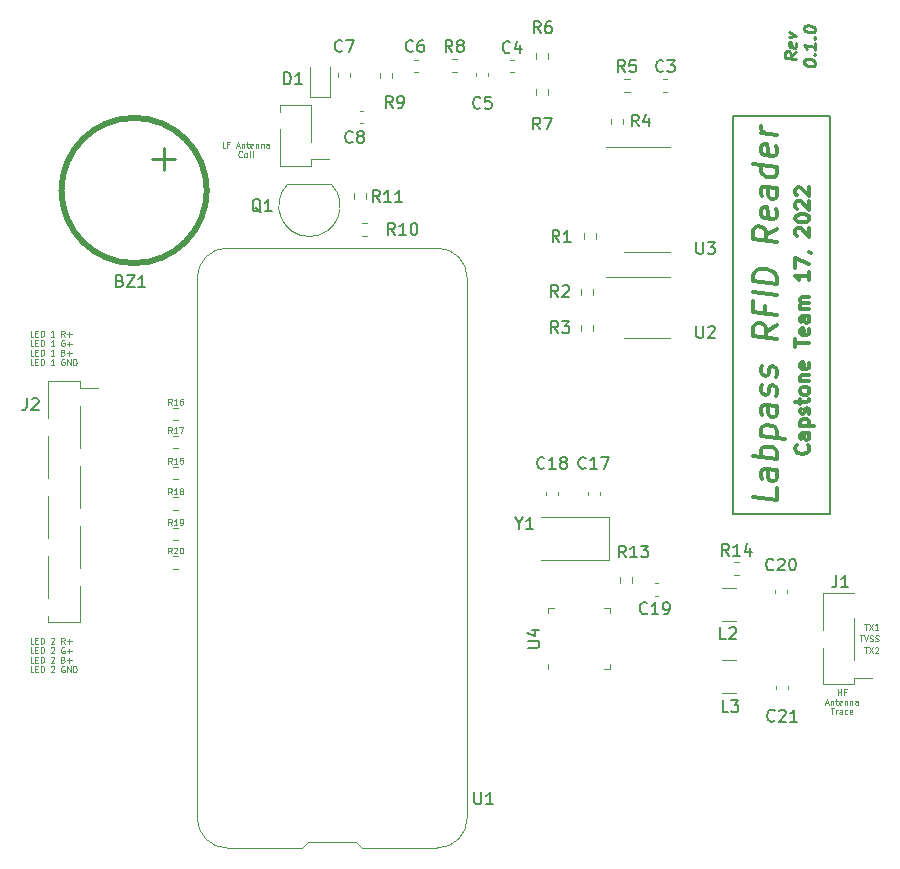
<source format=gto>
%TF.GenerationSoftware,KiCad,Pcbnew,(6.0.4-0)*%
%TF.CreationDate,2022-04-21T22:45:57-07:00*%
%TF.ProjectId,Labpass RFID Reader,4c616270-6173-4732-9052-464944205265,0.1.0*%
%TF.SameCoordinates,Original*%
%TF.FileFunction,Legend,Top*%
%TF.FilePolarity,Positive*%
%FSLAX46Y46*%
G04 Gerber Fmt 4.6, Leading zero omitted, Abs format (unit mm)*
G04 Created by KiCad (PCBNEW (6.0.4-0)) date 2022-04-21 22:45:57*
%MOMM*%
%LPD*%
G01*
G04 APERTURE LIST*
%ADD10C,0.150000*%
%ADD11C,0.100000*%
%ADD12C,0.300000*%
%ADD13C,0.250000*%
%ADD14C,0.120000*%
%ADD15C,0.500000*%
%ADD16C,0.050000*%
G04 APERTURE END LIST*
D10*
X167476169Y-103872169D02*
X175676169Y-103872169D01*
X175676169Y-103872169D02*
X175676169Y-70172169D01*
X175676169Y-70172169D02*
X167476169Y-70172169D01*
X167476169Y-70172169D02*
X167476169Y-103872169D01*
D11*
X108222142Y-88818690D02*
X107984047Y-88818690D01*
X107984047Y-88318690D01*
X108388809Y-88556785D02*
X108555476Y-88556785D01*
X108626904Y-88818690D02*
X108388809Y-88818690D01*
X108388809Y-88318690D01*
X108626904Y-88318690D01*
X108841190Y-88818690D02*
X108841190Y-88318690D01*
X108960238Y-88318690D01*
X109031666Y-88342500D01*
X109079285Y-88390119D01*
X109103095Y-88437738D01*
X109126904Y-88532976D01*
X109126904Y-88604404D01*
X109103095Y-88699642D01*
X109079285Y-88747261D01*
X109031666Y-88794880D01*
X108960238Y-88818690D01*
X108841190Y-88818690D01*
X109984047Y-88818690D02*
X109698333Y-88818690D01*
X109841190Y-88818690D02*
X109841190Y-88318690D01*
X109793571Y-88390119D01*
X109745952Y-88437738D01*
X109698333Y-88461547D01*
X110865000Y-88818690D02*
X110698333Y-88580595D01*
X110579285Y-88818690D02*
X110579285Y-88318690D01*
X110769761Y-88318690D01*
X110817380Y-88342500D01*
X110841190Y-88366309D01*
X110865000Y-88413928D01*
X110865000Y-88485357D01*
X110841190Y-88532976D01*
X110817380Y-88556785D01*
X110769761Y-88580595D01*
X110579285Y-88580595D01*
X111079285Y-88628214D02*
X111460238Y-88628214D01*
X111269761Y-88818690D02*
X111269761Y-88437738D01*
X108222142Y-89623690D02*
X107984047Y-89623690D01*
X107984047Y-89123690D01*
X108388809Y-89361785D02*
X108555476Y-89361785D01*
X108626904Y-89623690D02*
X108388809Y-89623690D01*
X108388809Y-89123690D01*
X108626904Y-89123690D01*
X108841190Y-89623690D02*
X108841190Y-89123690D01*
X108960238Y-89123690D01*
X109031666Y-89147500D01*
X109079285Y-89195119D01*
X109103095Y-89242738D01*
X109126904Y-89337976D01*
X109126904Y-89409404D01*
X109103095Y-89504642D01*
X109079285Y-89552261D01*
X109031666Y-89599880D01*
X108960238Y-89623690D01*
X108841190Y-89623690D01*
X109984047Y-89623690D02*
X109698333Y-89623690D01*
X109841190Y-89623690D02*
X109841190Y-89123690D01*
X109793571Y-89195119D01*
X109745952Y-89242738D01*
X109698333Y-89266547D01*
X110841190Y-89147500D02*
X110793571Y-89123690D01*
X110722142Y-89123690D01*
X110650714Y-89147500D01*
X110603095Y-89195119D01*
X110579285Y-89242738D01*
X110555476Y-89337976D01*
X110555476Y-89409404D01*
X110579285Y-89504642D01*
X110603095Y-89552261D01*
X110650714Y-89599880D01*
X110722142Y-89623690D01*
X110769761Y-89623690D01*
X110841190Y-89599880D01*
X110865000Y-89576071D01*
X110865000Y-89409404D01*
X110769761Y-89409404D01*
X111079285Y-89433214D02*
X111460238Y-89433214D01*
X111269761Y-89623690D02*
X111269761Y-89242738D01*
X108222142Y-90428690D02*
X107984047Y-90428690D01*
X107984047Y-89928690D01*
X108388809Y-90166785D02*
X108555476Y-90166785D01*
X108626904Y-90428690D02*
X108388809Y-90428690D01*
X108388809Y-89928690D01*
X108626904Y-89928690D01*
X108841190Y-90428690D02*
X108841190Y-89928690D01*
X108960238Y-89928690D01*
X109031666Y-89952500D01*
X109079285Y-90000119D01*
X109103095Y-90047738D01*
X109126904Y-90142976D01*
X109126904Y-90214404D01*
X109103095Y-90309642D01*
X109079285Y-90357261D01*
X109031666Y-90404880D01*
X108960238Y-90428690D01*
X108841190Y-90428690D01*
X109984047Y-90428690D02*
X109698333Y-90428690D01*
X109841190Y-90428690D02*
X109841190Y-89928690D01*
X109793571Y-90000119D01*
X109745952Y-90047738D01*
X109698333Y-90071547D01*
X110745952Y-90166785D02*
X110817380Y-90190595D01*
X110841190Y-90214404D01*
X110865000Y-90262023D01*
X110865000Y-90333452D01*
X110841190Y-90381071D01*
X110817380Y-90404880D01*
X110769761Y-90428690D01*
X110579285Y-90428690D01*
X110579285Y-89928690D01*
X110745952Y-89928690D01*
X110793571Y-89952500D01*
X110817380Y-89976309D01*
X110841190Y-90023928D01*
X110841190Y-90071547D01*
X110817380Y-90119166D01*
X110793571Y-90142976D01*
X110745952Y-90166785D01*
X110579285Y-90166785D01*
X111079285Y-90238214D02*
X111460238Y-90238214D01*
X111269761Y-90428690D02*
X111269761Y-90047738D01*
X108222142Y-91233690D02*
X107984047Y-91233690D01*
X107984047Y-90733690D01*
X108388809Y-90971785D02*
X108555476Y-90971785D01*
X108626904Y-91233690D02*
X108388809Y-91233690D01*
X108388809Y-90733690D01*
X108626904Y-90733690D01*
X108841190Y-91233690D02*
X108841190Y-90733690D01*
X108960238Y-90733690D01*
X109031666Y-90757500D01*
X109079285Y-90805119D01*
X109103095Y-90852738D01*
X109126904Y-90947976D01*
X109126904Y-91019404D01*
X109103095Y-91114642D01*
X109079285Y-91162261D01*
X109031666Y-91209880D01*
X108960238Y-91233690D01*
X108841190Y-91233690D01*
X109984047Y-91233690D02*
X109698333Y-91233690D01*
X109841190Y-91233690D02*
X109841190Y-90733690D01*
X109793571Y-90805119D01*
X109745952Y-90852738D01*
X109698333Y-90876547D01*
X110841190Y-90757500D02*
X110793571Y-90733690D01*
X110722142Y-90733690D01*
X110650714Y-90757500D01*
X110603095Y-90805119D01*
X110579285Y-90852738D01*
X110555476Y-90947976D01*
X110555476Y-91019404D01*
X110579285Y-91114642D01*
X110603095Y-91162261D01*
X110650714Y-91209880D01*
X110722142Y-91233690D01*
X110769761Y-91233690D01*
X110841190Y-91209880D01*
X110865000Y-91186071D01*
X110865000Y-91019404D01*
X110769761Y-91019404D01*
X111079285Y-91233690D02*
X111079285Y-90733690D01*
X111365000Y-91233690D01*
X111365000Y-90733690D01*
X111603095Y-91233690D02*
X111603095Y-90733690D01*
X111722142Y-90733690D01*
X111793571Y-90757500D01*
X111841190Y-90805119D01*
X111865000Y-90852738D01*
X111888809Y-90947976D01*
X111888809Y-91019404D01*
X111865000Y-91114642D01*
X111841190Y-91162261D01*
X111793571Y-91209880D01*
X111722142Y-91233690D01*
X111603095Y-91233690D01*
X178166666Y-114126190D02*
X178452380Y-114126190D01*
X178309523Y-114626190D02*
X178309523Y-114126190D01*
X178547619Y-114126190D02*
X178714285Y-114626190D01*
X178880952Y-114126190D01*
X179023809Y-114602380D02*
X179095238Y-114626190D01*
X179214285Y-114626190D01*
X179261904Y-114602380D01*
X179285714Y-114578571D01*
X179309523Y-114530952D01*
X179309523Y-114483333D01*
X179285714Y-114435714D01*
X179261904Y-114411904D01*
X179214285Y-114388095D01*
X179119047Y-114364285D01*
X179071428Y-114340476D01*
X179047619Y-114316666D01*
X179023809Y-114269047D01*
X179023809Y-114221428D01*
X179047619Y-114173809D01*
X179071428Y-114150000D01*
X179119047Y-114126190D01*
X179238095Y-114126190D01*
X179309523Y-114150000D01*
X179500000Y-114602380D02*
X179571428Y-114626190D01*
X179690476Y-114626190D01*
X179738095Y-114602380D01*
X179761904Y-114578571D01*
X179785714Y-114530952D01*
X179785714Y-114483333D01*
X179761904Y-114435714D01*
X179738095Y-114411904D01*
X179690476Y-114388095D01*
X179595238Y-114364285D01*
X179547619Y-114340476D01*
X179523809Y-114316666D01*
X179500000Y-114269047D01*
X179500000Y-114221428D01*
X179523809Y-114173809D01*
X179547619Y-114150000D01*
X179595238Y-114126190D01*
X179714285Y-114126190D01*
X179785714Y-114150000D01*
X124473809Y-72823690D02*
X124235714Y-72823690D01*
X124235714Y-72323690D01*
X124807142Y-72561785D02*
X124640476Y-72561785D01*
X124640476Y-72823690D02*
X124640476Y-72323690D01*
X124878571Y-72323690D01*
X125426190Y-72680833D02*
X125664285Y-72680833D01*
X125378571Y-72823690D02*
X125545238Y-72323690D01*
X125711904Y-72823690D01*
X125878571Y-72490357D02*
X125878571Y-72823690D01*
X125878571Y-72537976D02*
X125902380Y-72514166D01*
X125950000Y-72490357D01*
X126021428Y-72490357D01*
X126069047Y-72514166D01*
X126092857Y-72561785D01*
X126092857Y-72823690D01*
X126259523Y-72490357D02*
X126450000Y-72490357D01*
X126330952Y-72323690D02*
X126330952Y-72752261D01*
X126354761Y-72799880D01*
X126402380Y-72823690D01*
X126450000Y-72823690D01*
X126807142Y-72799880D02*
X126759523Y-72823690D01*
X126664285Y-72823690D01*
X126616666Y-72799880D01*
X126592857Y-72752261D01*
X126592857Y-72561785D01*
X126616666Y-72514166D01*
X126664285Y-72490357D01*
X126759523Y-72490357D01*
X126807142Y-72514166D01*
X126830952Y-72561785D01*
X126830952Y-72609404D01*
X126592857Y-72657023D01*
X127045238Y-72490357D02*
X127045238Y-72823690D01*
X127045238Y-72537976D02*
X127069047Y-72514166D01*
X127116666Y-72490357D01*
X127188095Y-72490357D01*
X127235714Y-72514166D01*
X127259523Y-72561785D01*
X127259523Y-72823690D01*
X127497619Y-72490357D02*
X127497619Y-72823690D01*
X127497619Y-72537976D02*
X127521428Y-72514166D01*
X127569047Y-72490357D01*
X127640476Y-72490357D01*
X127688095Y-72514166D01*
X127711904Y-72561785D01*
X127711904Y-72823690D01*
X128164285Y-72823690D02*
X128164285Y-72561785D01*
X128140476Y-72514166D01*
X128092857Y-72490357D01*
X127997619Y-72490357D01*
X127950000Y-72514166D01*
X128164285Y-72799880D02*
X128116666Y-72823690D01*
X127997619Y-72823690D01*
X127950000Y-72799880D01*
X127926190Y-72752261D01*
X127926190Y-72704642D01*
X127950000Y-72657023D01*
X127997619Y-72633214D01*
X128116666Y-72633214D01*
X128164285Y-72609404D01*
X125878571Y-73581071D02*
X125854761Y-73604880D01*
X125783333Y-73628690D01*
X125735714Y-73628690D01*
X125664285Y-73604880D01*
X125616666Y-73557261D01*
X125592857Y-73509642D01*
X125569047Y-73414404D01*
X125569047Y-73342976D01*
X125592857Y-73247738D01*
X125616666Y-73200119D01*
X125664285Y-73152500D01*
X125735714Y-73128690D01*
X125783333Y-73128690D01*
X125854761Y-73152500D01*
X125878571Y-73176309D01*
X126164285Y-73628690D02*
X126116666Y-73604880D01*
X126092857Y-73581071D01*
X126069047Y-73533452D01*
X126069047Y-73390595D01*
X126092857Y-73342976D01*
X126116666Y-73319166D01*
X126164285Y-73295357D01*
X126235714Y-73295357D01*
X126283333Y-73319166D01*
X126307142Y-73342976D01*
X126330952Y-73390595D01*
X126330952Y-73533452D01*
X126307142Y-73581071D01*
X126283333Y-73604880D01*
X126235714Y-73628690D01*
X126164285Y-73628690D01*
X126545238Y-73628690D02*
X126545238Y-73295357D01*
X126545238Y-73128690D02*
X126521428Y-73152500D01*
X126545238Y-73176309D01*
X126569047Y-73152500D01*
X126545238Y-73128690D01*
X126545238Y-73176309D01*
X126854761Y-73628690D02*
X126807142Y-73604880D01*
X126783333Y-73557261D01*
X126783333Y-73128690D01*
X176309039Y-119181470D02*
X176309039Y-118681470D01*
X176309039Y-118919565D02*
X176594753Y-118919565D01*
X176594753Y-119181470D02*
X176594753Y-118681470D01*
X176999515Y-118919565D02*
X176832848Y-118919565D01*
X176832848Y-119181470D02*
X176832848Y-118681470D01*
X177070943Y-118681470D01*
X175285229Y-119843613D02*
X175523324Y-119843613D01*
X175237610Y-119986470D02*
X175404277Y-119486470D01*
X175570943Y-119986470D01*
X175737610Y-119653137D02*
X175737610Y-119986470D01*
X175737610Y-119700756D02*
X175761420Y-119676946D01*
X175809039Y-119653137D01*
X175880467Y-119653137D01*
X175928086Y-119676946D01*
X175951896Y-119724565D01*
X175951896Y-119986470D01*
X176118562Y-119653137D02*
X176309039Y-119653137D01*
X176189991Y-119486470D02*
X176189991Y-119915041D01*
X176213801Y-119962660D01*
X176261420Y-119986470D01*
X176309039Y-119986470D01*
X176666182Y-119962660D02*
X176618562Y-119986470D01*
X176523324Y-119986470D01*
X176475705Y-119962660D01*
X176451896Y-119915041D01*
X176451896Y-119724565D01*
X176475705Y-119676946D01*
X176523324Y-119653137D01*
X176618562Y-119653137D01*
X176666182Y-119676946D01*
X176689991Y-119724565D01*
X176689991Y-119772184D01*
X176451896Y-119819803D01*
X176904277Y-119653137D02*
X176904277Y-119986470D01*
X176904277Y-119700756D02*
X176928086Y-119676946D01*
X176975705Y-119653137D01*
X177047134Y-119653137D01*
X177094753Y-119676946D01*
X177118562Y-119724565D01*
X177118562Y-119986470D01*
X177356658Y-119653137D02*
X177356658Y-119986470D01*
X177356658Y-119700756D02*
X177380467Y-119676946D01*
X177428086Y-119653137D01*
X177499515Y-119653137D01*
X177547134Y-119676946D01*
X177570943Y-119724565D01*
X177570943Y-119986470D01*
X178023324Y-119986470D02*
X178023324Y-119724565D01*
X177999515Y-119676946D01*
X177951896Y-119653137D01*
X177856658Y-119653137D01*
X177809039Y-119676946D01*
X178023324Y-119962660D02*
X177975705Y-119986470D01*
X177856658Y-119986470D01*
X177809039Y-119962660D01*
X177785229Y-119915041D01*
X177785229Y-119867422D01*
X177809039Y-119819803D01*
X177856658Y-119795994D01*
X177975705Y-119795994D01*
X178023324Y-119772184D01*
X175713801Y-120291470D02*
X175999515Y-120291470D01*
X175856658Y-120791470D02*
X175856658Y-120291470D01*
X176166182Y-120791470D02*
X176166182Y-120458137D01*
X176166182Y-120553375D02*
X176189991Y-120505756D01*
X176213801Y-120481946D01*
X176261420Y-120458137D01*
X176309039Y-120458137D01*
X176689991Y-120791470D02*
X176689991Y-120529565D01*
X176666182Y-120481946D01*
X176618562Y-120458137D01*
X176523324Y-120458137D01*
X176475705Y-120481946D01*
X176689991Y-120767660D02*
X176642372Y-120791470D01*
X176523324Y-120791470D01*
X176475705Y-120767660D01*
X176451896Y-120720041D01*
X176451896Y-120672422D01*
X176475705Y-120624803D01*
X176523324Y-120600994D01*
X176642372Y-120600994D01*
X176689991Y-120577184D01*
X177142372Y-120767660D02*
X177094753Y-120791470D01*
X176999515Y-120791470D01*
X176951896Y-120767660D01*
X176928086Y-120743851D01*
X176904277Y-120696232D01*
X176904277Y-120553375D01*
X176928086Y-120505756D01*
X176951896Y-120481946D01*
X176999515Y-120458137D01*
X177094753Y-120458137D01*
X177142372Y-120481946D01*
X177547134Y-120767660D02*
X177499515Y-120791470D01*
X177404277Y-120791470D01*
X177356658Y-120767660D01*
X177332848Y-120720041D01*
X177332848Y-120529565D01*
X177356658Y-120481946D01*
X177404277Y-120458137D01*
X177499515Y-120458137D01*
X177547134Y-120481946D01*
X177570943Y-120529565D01*
X177570943Y-120577184D01*
X177332848Y-120624803D01*
D12*
X173804740Y-98015026D02*
X173861883Y-98072169D01*
X173919026Y-98243597D01*
X173919026Y-98357883D01*
X173861883Y-98529311D01*
X173747597Y-98643597D01*
X173633311Y-98700740D01*
X173404740Y-98757883D01*
X173233311Y-98757883D01*
X173004740Y-98700740D01*
X172890454Y-98643597D01*
X172776169Y-98529311D01*
X172719026Y-98357883D01*
X172719026Y-98243597D01*
X172776169Y-98072169D01*
X172833311Y-98015026D01*
X173919026Y-96986454D02*
X173290454Y-96986454D01*
X173176169Y-97043597D01*
X173119026Y-97157883D01*
X173119026Y-97386454D01*
X173176169Y-97500740D01*
X173861883Y-96986454D02*
X173919026Y-97100740D01*
X173919026Y-97386454D01*
X173861883Y-97500740D01*
X173747597Y-97557883D01*
X173633311Y-97557883D01*
X173519026Y-97500740D01*
X173461883Y-97386454D01*
X173461883Y-97100740D01*
X173404740Y-96986454D01*
X173119026Y-96415026D02*
X174319026Y-96415026D01*
X173176169Y-96415026D02*
X173119026Y-96300740D01*
X173119026Y-96072169D01*
X173176169Y-95957883D01*
X173233311Y-95900740D01*
X173347597Y-95843597D01*
X173690454Y-95843597D01*
X173804740Y-95900740D01*
X173861883Y-95957883D01*
X173919026Y-96072169D01*
X173919026Y-96300740D01*
X173861883Y-96415026D01*
X173861883Y-95386454D02*
X173919026Y-95272169D01*
X173919026Y-95043597D01*
X173861883Y-94929311D01*
X173747597Y-94872169D01*
X173690454Y-94872169D01*
X173576169Y-94929311D01*
X173519026Y-95043597D01*
X173519026Y-95215026D01*
X173461883Y-95329311D01*
X173347597Y-95386454D01*
X173290454Y-95386454D01*
X173176169Y-95329311D01*
X173119026Y-95215026D01*
X173119026Y-95043597D01*
X173176169Y-94929311D01*
X173119026Y-94529311D02*
X173119026Y-94072169D01*
X172719026Y-94357883D02*
X173747597Y-94357883D01*
X173861883Y-94300740D01*
X173919026Y-94186454D01*
X173919026Y-94072169D01*
X173919026Y-93500740D02*
X173861883Y-93615026D01*
X173804740Y-93672169D01*
X173690454Y-93729311D01*
X173347597Y-93729311D01*
X173233311Y-93672169D01*
X173176169Y-93615026D01*
X173119026Y-93500740D01*
X173119026Y-93329311D01*
X173176169Y-93215026D01*
X173233311Y-93157883D01*
X173347597Y-93100740D01*
X173690454Y-93100740D01*
X173804740Y-93157883D01*
X173861883Y-93215026D01*
X173919026Y-93329311D01*
X173919026Y-93500740D01*
X173119026Y-92586454D02*
X173919026Y-92586454D01*
X173233311Y-92586454D02*
X173176169Y-92529311D01*
X173119026Y-92415026D01*
X173119026Y-92243597D01*
X173176169Y-92129311D01*
X173290454Y-92072169D01*
X173919026Y-92072169D01*
X173861883Y-91043597D02*
X173919026Y-91157883D01*
X173919026Y-91386454D01*
X173861883Y-91500740D01*
X173747597Y-91557883D01*
X173290454Y-91557883D01*
X173176169Y-91500740D01*
X173119026Y-91386454D01*
X173119026Y-91157883D01*
X173176169Y-91043597D01*
X173290454Y-90986454D01*
X173404740Y-90986454D01*
X173519026Y-91557883D01*
X172719026Y-89729311D02*
X172719026Y-89043597D01*
X173919026Y-89386454D02*
X172719026Y-89386454D01*
X173861883Y-88186454D02*
X173919026Y-88300740D01*
X173919026Y-88529311D01*
X173861883Y-88643597D01*
X173747597Y-88700740D01*
X173290454Y-88700740D01*
X173176169Y-88643597D01*
X173119026Y-88529311D01*
X173119026Y-88300740D01*
X173176169Y-88186454D01*
X173290454Y-88129311D01*
X173404740Y-88129311D01*
X173519026Y-88700740D01*
X173919026Y-87100740D02*
X173290454Y-87100740D01*
X173176169Y-87157883D01*
X173119026Y-87272169D01*
X173119026Y-87500740D01*
X173176169Y-87615026D01*
X173861883Y-87100740D02*
X173919026Y-87215026D01*
X173919026Y-87500740D01*
X173861883Y-87615026D01*
X173747597Y-87672169D01*
X173633311Y-87672169D01*
X173519026Y-87615026D01*
X173461883Y-87500740D01*
X173461883Y-87215026D01*
X173404740Y-87100740D01*
X173919026Y-86529311D02*
X173119026Y-86529311D01*
X173233311Y-86529311D02*
X173176169Y-86472169D01*
X173119026Y-86357883D01*
X173119026Y-86186454D01*
X173176169Y-86072169D01*
X173290454Y-86015026D01*
X173919026Y-86015026D01*
X173290454Y-86015026D02*
X173176169Y-85957883D01*
X173119026Y-85843597D01*
X173119026Y-85672169D01*
X173176169Y-85557883D01*
X173290454Y-85500740D01*
X173919026Y-85500740D01*
X173919026Y-83386454D02*
X173919026Y-84072169D01*
X173919026Y-83729311D02*
X172719026Y-83729311D01*
X172890454Y-83843597D01*
X173004740Y-83957883D01*
X173061883Y-84072169D01*
X172719026Y-82986454D02*
X172719026Y-82186454D01*
X173919026Y-82700740D01*
X173861883Y-81672169D02*
X173919026Y-81672169D01*
X174033311Y-81729311D01*
X174090454Y-81786454D01*
X172833311Y-80300740D02*
X172776169Y-80243597D01*
X172719026Y-80129311D01*
X172719026Y-79843597D01*
X172776169Y-79729311D01*
X172833311Y-79672169D01*
X172947597Y-79615026D01*
X173061883Y-79615026D01*
X173233311Y-79672169D01*
X173919026Y-80357883D01*
X173919026Y-79615026D01*
X172719026Y-78872169D02*
X172719026Y-78757883D01*
X172776169Y-78643597D01*
X172833311Y-78586454D01*
X172947597Y-78529311D01*
X173176169Y-78472169D01*
X173461883Y-78472169D01*
X173690454Y-78529311D01*
X173804740Y-78586454D01*
X173861883Y-78643597D01*
X173919026Y-78757883D01*
X173919026Y-78872169D01*
X173861883Y-78986454D01*
X173804740Y-79043597D01*
X173690454Y-79100740D01*
X173461883Y-79157883D01*
X173176169Y-79157883D01*
X172947597Y-79100740D01*
X172833311Y-79043597D01*
X172776169Y-78986454D01*
X172719026Y-78872169D01*
X172833311Y-78015026D02*
X172776169Y-77957883D01*
X172719026Y-77843597D01*
X172719026Y-77557883D01*
X172776169Y-77443597D01*
X172833311Y-77386454D01*
X172947597Y-77329311D01*
X173061883Y-77329311D01*
X173233311Y-77386454D01*
X173919026Y-78072169D01*
X173919026Y-77329311D01*
X172833311Y-76872169D02*
X172776169Y-76815026D01*
X172719026Y-76700740D01*
X172719026Y-76415026D01*
X172776169Y-76300740D01*
X172833311Y-76243597D01*
X172947597Y-76186454D01*
X173061883Y-76186454D01*
X173233311Y-76243597D01*
X173919026Y-76929311D01*
X173919026Y-76186454D01*
X171180930Y-101680561D02*
X171180930Y-102632942D01*
X169180930Y-102382942D01*
X171180930Y-100156752D02*
X170133311Y-100025799D01*
X169942835Y-100097228D01*
X169847597Y-100275799D01*
X169847597Y-100656752D01*
X169942835Y-100859133D01*
X171085692Y-100144847D02*
X171180930Y-100347228D01*
X171180930Y-100823419D01*
X171085692Y-101001990D01*
X170895216Y-101073419D01*
X170704740Y-101049609D01*
X170514264Y-100930561D01*
X170419026Y-100728180D01*
X170419026Y-100251990D01*
X170323788Y-100049609D01*
X171180930Y-99204371D02*
X169180930Y-98954371D01*
X169942835Y-99049609D02*
X169847597Y-98847228D01*
X169847597Y-98466276D01*
X169942835Y-98287704D01*
X170038073Y-98204371D01*
X170228549Y-98132942D01*
X170799978Y-98204371D01*
X170990454Y-98323419D01*
X171085692Y-98430561D01*
X171180930Y-98632942D01*
X171180930Y-99013895D01*
X171085692Y-99192466D01*
X169847597Y-97228180D02*
X171847597Y-97478180D01*
X169942835Y-97240085D02*
X169847597Y-97037704D01*
X169847597Y-96656752D01*
X169942835Y-96478180D01*
X170038073Y-96394847D01*
X170228549Y-96323419D01*
X170799978Y-96394847D01*
X170990454Y-96513895D01*
X171085692Y-96621038D01*
X171180930Y-96823419D01*
X171180930Y-97204371D01*
X171085692Y-97382942D01*
X171180930Y-94728180D02*
X170133311Y-94597228D01*
X169942835Y-94668657D01*
X169847597Y-94847228D01*
X169847597Y-95228180D01*
X169942835Y-95430561D01*
X171085692Y-94716276D02*
X171180930Y-94918657D01*
X171180930Y-95394847D01*
X171085692Y-95573419D01*
X170895216Y-95644847D01*
X170704740Y-95621038D01*
X170514264Y-95501990D01*
X170419026Y-95299609D01*
X170419026Y-94823419D01*
X170323788Y-94621038D01*
X171085692Y-93859133D02*
X171180930Y-93680561D01*
X171180930Y-93299609D01*
X171085692Y-93097228D01*
X170895216Y-92978180D01*
X170799978Y-92966276D01*
X170609502Y-93037704D01*
X170514264Y-93216276D01*
X170514264Y-93501990D01*
X170419026Y-93680561D01*
X170228549Y-93751990D01*
X170133311Y-93740085D01*
X169942835Y-93621038D01*
X169847597Y-93418657D01*
X169847597Y-93132942D01*
X169942835Y-92954371D01*
X171085692Y-92240085D02*
X171180930Y-92061514D01*
X171180930Y-91680561D01*
X171085692Y-91478180D01*
X170895216Y-91359133D01*
X170799978Y-91347228D01*
X170609502Y-91418657D01*
X170514264Y-91597228D01*
X170514264Y-91882942D01*
X170419026Y-92061514D01*
X170228549Y-92132942D01*
X170133311Y-92121038D01*
X169942835Y-92001990D01*
X169847597Y-91799609D01*
X169847597Y-91513895D01*
X169942835Y-91335323D01*
X171180930Y-87871038D02*
X170228549Y-88418657D01*
X171180930Y-89013895D02*
X169180930Y-88763895D01*
X169180930Y-88001990D01*
X169276169Y-87823419D01*
X169371407Y-87740085D01*
X169561883Y-87668657D01*
X169847597Y-87704371D01*
X170038073Y-87823419D01*
X170133311Y-87930561D01*
X170228549Y-88132942D01*
X170228549Y-88894847D01*
X170133311Y-86216276D02*
X170133311Y-86882942D01*
X171180930Y-87013895D02*
X169180930Y-86763895D01*
X169180930Y-85811514D01*
X171180930Y-85299609D02*
X169180930Y-85049609D01*
X171180930Y-84347228D02*
X169180930Y-84097228D01*
X169180930Y-83621038D01*
X169276169Y-83347228D01*
X169466645Y-83180561D01*
X169657121Y-83109133D01*
X170038073Y-83061514D01*
X170323788Y-83097228D01*
X170704740Y-83240085D01*
X170895216Y-83359133D01*
X171085692Y-83573419D01*
X171180930Y-83871038D01*
X171180930Y-84347228D01*
X171180930Y-79680561D02*
X170228549Y-80228180D01*
X171180930Y-80823419D02*
X169180930Y-80573419D01*
X169180930Y-79811514D01*
X169276169Y-79632942D01*
X169371407Y-79549609D01*
X169561883Y-79478180D01*
X169847597Y-79513895D01*
X170038073Y-79632942D01*
X170133311Y-79740085D01*
X170228549Y-79942466D01*
X170228549Y-80704371D01*
X171085692Y-78049609D02*
X171180930Y-78251990D01*
X171180930Y-78632942D01*
X171085692Y-78811514D01*
X170895216Y-78882942D01*
X170133311Y-78787704D01*
X169942835Y-78668657D01*
X169847597Y-78466276D01*
X169847597Y-78085323D01*
X169942835Y-77906752D01*
X170133311Y-77835323D01*
X170323788Y-77859133D01*
X170514264Y-78835323D01*
X171180930Y-76251990D02*
X170133311Y-76121038D01*
X169942835Y-76192466D01*
X169847597Y-76371038D01*
X169847597Y-76751990D01*
X169942835Y-76954371D01*
X171085692Y-76240085D02*
X171180930Y-76442466D01*
X171180930Y-76918657D01*
X171085692Y-77097228D01*
X170895216Y-77168657D01*
X170704740Y-77144847D01*
X170514264Y-77025799D01*
X170419026Y-76823419D01*
X170419026Y-76347228D01*
X170323788Y-76144847D01*
X171180930Y-74442466D02*
X169180930Y-74192466D01*
X171085692Y-74430561D02*
X171180930Y-74632942D01*
X171180930Y-75013895D01*
X171085692Y-75192466D01*
X170990454Y-75275799D01*
X170799978Y-75347228D01*
X170228549Y-75275799D01*
X170038073Y-75156752D01*
X169942835Y-75049609D01*
X169847597Y-74847228D01*
X169847597Y-74466276D01*
X169942835Y-74287704D01*
X171085692Y-72716276D02*
X171180930Y-72918657D01*
X171180930Y-73299609D01*
X171085692Y-73478180D01*
X170895216Y-73549609D01*
X170133311Y-73454371D01*
X169942835Y-73335323D01*
X169847597Y-73132942D01*
X169847597Y-72751990D01*
X169942835Y-72573419D01*
X170133311Y-72501990D01*
X170323788Y-72525799D01*
X170514264Y-73501990D01*
X171180930Y-71775799D02*
X169847597Y-71609133D01*
X170228549Y-71656752D02*
X170038073Y-71537704D01*
X169942835Y-71430561D01*
X169847597Y-71228180D01*
X169847597Y-71037704D01*
D11*
X178580952Y-115126190D02*
X178866666Y-115126190D01*
X178723809Y-115626190D02*
X178723809Y-115126190D01*
X178985714Y-115126190D02*
X179319047Y-115626190D01*
X179319047Y-115126190D02*
X178985714Y-115626190D01*
X179485714Y-115173809D02*
X179509523Y-115150000D01*
X179557142Y-115126190D01*
X179676190Y-115126190D01*
X179723809Y-115150000D01*
X179747619Y-115173809D01*
X179771428Y-115221428D01*
X179771428Y-115269047D01*
X179747619Y-115340476D01*
X179461904Y-115626190D01*
X179771428Y-115626190D01*
X178580952Y-113126190D02*
X178866666Y-113126190D01*
X178723809Y-113626190D02*
X178723809Y-113126190D01*
X178985714Y-113126190D02*
X179319047Y-113626190D01*
X179319047Y-113126190D02*
X178985714Y-113626190D01*
X179771428Y-113626190D02*
X179485714Y-113626190D01*
X179628571Y-113626190D02*
X179628571Y-113126190D01*
X179580952Y-113197619D01*
X179533333Y-113245238D01*
X179485714Y-113269047D01*
D13*
X172823549Y-64766841D02*
X172347359Y-65040651D01*
X172823549Y-65338270D02*
X171823549Y-65213270D01*
X171823549Y-64832317D01*
X171871169Y-64743032D01*
X171918788Y-64701365D01*
X172014026Y-64665651D01*
X172156883Y-64683508D01*
X172252121Y-64743032D01*
X172299740Y-64796603D01*
X172347359Y-64897794D01*
X172347359Y-65278746D01*
X172775930Y-63951365D02*
X172823549Y-64052555D01*
X172823549Y-64243032D01*
X172775930Y-64332317D01*
X172680692Y-64368032D01*
X172299740Y-64320413D01*
X172204502Y-64260889D01*
X172156883Y-64159698D01*
X172156883Y-63969222D01*
X172204502Y-63879936D01*
X172299740Y-63844222D01*
X172394978Y-63856127D01*
X172490216Y-64344222D01*
X172156883Y-63493032D02*
X172823549Y-63338270D01*
X172156883Y-63016841D01*
X173433549Y-65618032D02*
X173433549Y-65522794D01*
X173481169Y-65433508D01*
X173528788Y-65391841D01*
X173624026Y-65356127D01*
X173814502Y-65332317D01*
X174052597Y-65362079D01*
X174243073Y-65433508D01*
X174338311Y-65493032D01*
X174385930Y-65546603D01*
X174433549Y-65647794D01*
X174433549Y-65743032D01*
X174385930Y-65832317D01*
X174338311Y-65873984D01*
X174243073Y-65909698D01*
X174052597Y-65933508D01*
X173814502Y-65903746D01*
X173624026Y-65832317D01*
X173528788Y-65772794D01*
X173481169Y-65719222D01*
X173433549Y-65618032D01*
X174338311Y-64969222D02*
X174385930Y-64927555D01*
X174433549Y-64981127D01*
X174385930Y-65022794D01*
X174338311Y-64969222D01*
X174433549Y-64981127D01*
X174433549Y-63981127D02*
X174433549Y-64552555D01*
X174433549Y-64266841D02*
X173433549Y-64141841D01*
X173576407Y-64254936D01*
X173671645Y-64362079D01*
X173719264Y-64463270D01*
X174338311Y-63540651D02*
X174385930Y-63498984D01*
X174433549Y-63552555D01*
X174385930Y-63594222D01*
X174338311Y-63540651D01*
X174433549Y-63552555D01*
X173433549Y-62760889D02*
X173433549Y-62665651D01*
X173481169Y-62576365D01*
X173528788Y-62534698D01*
X173624026Y-62498984D01*
X173814502Y-62475174D01*
X174052597Y-62504936D01*
X174243073Y-62576365D01*
X174338311Y-62635889D01*
X174385930Y-62689460D01*
X174433549Y-62790651D01*
X174433549Y-62885889D01*
X174385930Y-62975174D01*
X174338311Y-63016841D01*
X174243073Y-63052555D01*
X174052597Y-63076365D01*
X173814502Y-63046603D01*
X173624026Y-62975174D01*
X173528788Y-62915651D01*
X173481169Y-62862079D01*
X173433549Y-62760889D01*
D11*
X108222142Y-114818690D02*
X107984047Y-114818690D01*
X107984047Y-114318690D01*
X108388809Y-114556785D02*
X108555476Y-114556785D01*
X108626904Y-114818690D02*
X108388809Y-114818690D01*
X108388809Y-114318690D01*
X108626904Y-114318690D01*
X108841190Y-114818690D02*
X108841190Y-114318690D01*
X108960238Y-114318690D01*
X109031666Y-114342500D01*
X109079285Y-114390119D01*
X109103095Y-114437738D01*
X109126904Y-114532976D01*
X109126904Y-114604404D01*
X109103095Y-114699642D01*
X109079285Y-114747261D01*
X109031666Y-114794880D01*
X108960238Y-114818690D01*
X108841190Y-114818690D01*
X109698333Y-114366309D02*
X109722142Y-114342500D01*
X109769761Y-114318690D01*
X109888809Y-114318690D01*
X109936428Y-114342500D01*
X109960238Y-114366309D01*
X109984047Y-114413928D01*
X109984047Y-114461547D01*
X109960238Y-114532976D01*
X109674523Y-114818690D01*
X109984047Y-114818690D01*
X110865000Y-114818690D02*
X110698333Y-114580595D01*
X110579285Y-114818690D02*
X110579285Y-114318690D01*
X110769761Y-114318690D01*
X110817380Y-114342500D01*
X110841190Y-114366309D01*
X110865000Y-114413928D01*
X110865000Y-114485357D01*
X110841190Y-114532976D01*
X110817380Y-114556785D01*
X110769761Y-114580595D01*
X110579285Y-114580595D01*
X111079285Y-114628214D02*
X111460238Y-114628214D01*
X111269761Y-114818690D02*
X111269761Y-114437738D01*
X108222142Y-115623690D02*
X107984047Y-115623690D01*
X107984047Y-115123690D01*
X108388809Y-115361785D02*
X108555476Y-115361785D01*
X108626904Y-115623690D02*
X108388809Y-115623690D01*
X108388809Y-115123690D01*
X108626904Y-115123690D01*
X108841190Y-115623690D02*
X108841190Y-115123690D01*
X108960238Y-115123690D01*
X109031666Y-115147500D01*
X109079285Y-115195119D01*
X109103095Y-115242738D01*
X109126904Y-115337976D01*
X109126904Y-115409404D01*
X109103095Y-115504642D01*
X109079285Y-115552261D01*
X109031666Y-115599880D01*
X108960238Y-115623690D01*
X108841190Y-115623690D01*
X109698333Y-115171309D02*
X109722142Y-115147500D01*
X109769761Y-115123690D01*
X109888809Y-115123690D01*
X109936428Y-115147500D01*
X109960238Y-115171309D01*
X109984047Y-115218928D01*
X109984047Y-115266547D01*
X109960238Y-115337976D01*
X109674523Y-115623690D01*
X109984047Y-115623690D01*
X110841190Y-115147500D02*
X110793571Y-115123690D01*
X110722142Y-115123690D01*
X110650714Y-115147500D01*
X110603095Y-115195119D01*
X110579285Y-115242738D01*
X110555476Y-115337976D01*
X110555476Y-115409404D01*
X110579285Y-115504642D01*
X110603095Y-115552261D01*
X110650714Y-115599880D01*
X110722142Y-115623690D01*
X110769761Y-115623690D01*
X110841190Y-115599880D01*
X110865000Y-115576071D01*
X110865000Y-115409404D01*
X110769761Y-115409404D01*
X111079285Y-115433214D02*
X111460238Y-115433214D01*
X111269761Y-115623690D02*
X111269761Y-115242738D01*
X108222142Y-116428690D02*
X107984047Y-116428690D01*
X107984047Y-115928690D01*
X108388809Y-116166785D02*
X108555476Y-116166785D01*
X108626904Y-116428690D02*
X108388809Y-116428690D01*
X108388809Y-115928690D01*
X108626904Y-115928690D01*
X108841190Y-116428690D02*
X108841190Y-115928690D01*
X108960238Y-115928690D01*
X109031666Y-115952500D01*
X109079285Y-116000119D01*
X109103095Y-116047738D01*
X109126904Y-116142976D01*
X109126904Y-116214404D01*
X109103095Y-116309642D01*
X109079285Y-116357261D01*
X109031666Y-116404880D01*
X108960238Y-116428690D01*
X108841190Y-116428690D01*
X109698333Y-115976309D02*
X109722142Y-115952500D01*
X109769761Y-115928690D01*
X109888809Y-115928690D01*
X109936428Y-115952500D01*
X109960238Y-115976309D01*
X109984047Y-116023928D01*
X109984047Y-116071547D01*
X109960238Y-116142976D01*
X109674523Y-116428690D01*
X109984047Y-116428690D01*
X110745952Y-116166785D02*
X110817380Y-116190595D01*
X110841190Y-116214404D01*
X110865000Y-116262023D01*
X110865000Y-116333452D01*
X110841190Y-116381071D01*
X110817380Y-116404880D01*
X110769761Y-116428690D01*
X110579285Y-116428690D01*
X110579285Y-115928690D01*
X110745952Y-115928690D01*
X110793571Y-115952500D01*
X110817380Y-115976309D01*
X110841190Y-116023928D01*
X110841190Y-116071547D01*
X110817380Y-116119166D01*
X110793571Y-116142976D01*
X110745952Y-116166785D01*
X110579285Y-116166785D01*
X111079285Y-116238214D02*
X111460238Y-116238214D01*
X111269761Y-116428690D02*
X111269761Y-116047738D01*
X108222142Y-117233690D02*
X107984047Y-117233690D01*
X107984047Y-116733690D01*
X108388809Y-116971785D02*
X108555476Y-116971785D01*
X108626904Y-117233690D02*
X108388809Y-117233690D01*
X108388809Y-116733690D01*
X108626904Y-116733690D01*
X108841190Y-117233690D02*
X108841190Y-116733690D01*
X108960238Y-116733690D01*
X109031666Y-116757500D01*
X109079285Y-116805119D01*
X109103095Y-116852738D01*
X109126904Y-116947976D01*
X109126904Y-117019404D01*
X109103095Y-117114642D01*
X109079285Y-117162261D01*
X109031666Y-117209880D01*
X108960238Y-117233690D01*
X108841190Y-117233690D01*
X109698333Y-116781309D02*
X109722142Y-116757500D01*
X109769761Y-116733690D01*
X109888809Y-116733690D01*
X109936428Y-116757500D01*
X109960238Y-116781309D01*
X109984047Y-116828928D01*
X109984047Y-116876547D01*
X109960238Y-116947976D01*
X109674523Y-117233690D01*
X109984047Y-117233690D01*
X110841190Y-116757500D02*
X110793571Y-116733690D01*
X110722142Y-116733690D01*
X110650714Y-116757500D01*
X110603095Y-116805119D01*
X110579285Y-116852738D01*
X110555476Y-116947976D01*
X110555476Y-117019404D01*
X110579285Y-117114642D01*
X110603095Y-117162261D01*
X110650714Y-117209880D01*
X110722142Y-117233690D01*
X110769761Y-117233690D01*
X110841190Y-117209880D01*
X110865000Y-117186071D01*
X110865000Y-117019404D01*
X110769761Y-117019404D01*
X111079285Y-117233690D02*
X111079285Y-116733690D01*
X111365000Y-117233690D01*
X111365000Y-116733690D01*
X111603095Y-117233690D02*
X111603095Y-116733690D01*
X111722142Y-116733690D01*
X111793571Y-116757500D01*
X111841190Y-116805119D01*
X111865000Y-116852738D01*
X111888809Y-116947976D01*
X111888809Y-117019404D01*
X111865000Y-117114642D01*
X111841190Y-117162261D01*
X111793571Y-117209880D01*
X111722142Y-117233690D01*
X111603095Y-117233690D01*
D10*
%TO.C,U4*%
X150065549Y-115162073D02*
X150875073Y-115162073D01*
X150970311Y-115114454D01*
X151017930Y-115066835D01*
X151065549Y-114971597D01*
X151065549Y-114781121D01*
X151017930Y-114685883D01*
X150970311Y-114638264D01*
X150875073Y-114590645D01*
X150065549Y-114590645D01*
X150398883Y-113685883D02*
X151065549Y-113685883D01*
X150017930Y-113923978D02*
X150732216Y-114162073D01*
X150732216Y-113543026D01*
D11*
%TO.C,R15*%
X119944753Y-99586470D02*
X119778086Y-99348375D01*
X119659039Y-99586470D02*
X119659039Y-99086470D01*
X119849515Y-99086470D01*
X119897134Y-99110280D01*
X119920943Y-99134089D01*
X119944753Y-99181708D01*
X119944753Y-99253137D01*
X119920943Y-99300756D01*
X119897134Y-99324565D01*
X119849515Y-99348375D01*
X119659039Y-99348375D01*
X120420943Y-99586470D02*
X120135229Y-99586470D01*
X120278086Y-99586470D02*
X120278086Y-99086470D01*
X120230467Y-99157899D01*
X120182848Y-99205518D01*
X120135229Y-99229327D01*
X120873324Y-99086470D02*
X120635229Y-99086470D01*
X120611420Y-99324565D01*
X120635229Y-99300756D01*
X120682848Y-99276946D01*
X120801896Y-99276946D01*
X120849515Y-99300756D01*
X120873324Y-99324565D01*
X120897134Y-99372184D01*
X120897134Y-99491232D01*
X120873324Y-99538851D01*
X120849515Y-99562660D01*
X120801896Y-99586470D01*
X120682848Y-99586470D01*
X120635229Y-99562660D01*
X120611420Y-99538851D01*
D10*
%TO.C,C4*%
X148574502Y-64733311D02*
X148526883Y-64780930D01*
X148384026Y-64828549D01*
X148288788Y-64828549D01*
X148145930Y-64780930D01*
X148050692Y-64685692D01*
X148003073Y-64590454D01*
X147955454Y-64399978D01*
X147955454Y-64257121D01*
X148003073Y-64066645D01*
X148050692Y-63971407D01*
X148145930Y-63876169D01*
X148288788Y-63828549D01*
X148384026Y-63828549D01*
X148526883Y-63876169D01*
X148574502Y-63923788D01*
X149431645Y-64161883D02*
X149431645Y-64828549D01*
X149193549Y-63780930D02*
X148955454Y-64495216D01*
X149574502Y-64495216D01*
%TO.C,D1*%
X129459073Y-67462549D02*
X129459073Y-66462549D01*
X129697169Y-66462549D01*
X129840026Y-66510169D01*
X129935264Y-66605407D01*
X129982883Y-66700645D01*
X130030502Y-66891121D01*
X130030502Y-67033978D01*
X129982883Y-67224454D01*
X129935264Y-67319692D01*
X129840026Y-67414930D01*
X129697169Y-67462549D01*
X129459073Y-67462549D01*
X130982883Y-67462549D02*
X130411454Y-67462549D01*
X130697169Y-67462549D02*
X130697169Y-66462549D01*
X130601930Y-66605407D01*
X130506692Y-66700645D01*
X130411454Y-66748264D01*
%TO.C,Y1*%
X149349978Y-104648359D02*
X149349978Y-105124549D01*
X149016645Y-104124549D02*
X149349978Y-104648359D01*
X149683311Y-104124549D01*
X150540454Y-105124549D02*
X149969026Y-105124549D01*
X150254740Y-105124549D02*
X150254740Y-104124549D01*
X150159502Y-104267407D01*
X150064264Y-104362645D01*
X149969026Y-104410264D01*
%TO.C,BZ1*%
X115545216Y-84100740D02*
X115688073Y-84148359D01*
X115735692Y-84195978D01*
X115783311Y-84291216D01*
X115783311Y-84434073D01*
X115735692Y-84529311D01*
X115688073Y-84576930D01*
X115592835Y-84624549D01*
X115211883Y-84624549D01*
X115211883Y-83624549D01*
X115545216Y-83624549D01*
X115640454Y-83672169D01*
X115688073Y-83719788D01*
X115735692Y-83815026D01*
X115735692Y-83910264D01*
X115688073Y-84005502D01*
X115640454Y-84053121D01*
X115545216Y-84100740D01*
X115211883Y-84100740D01*
X116116645Y-83624549D02*
X116783311Y-83624549D01*
X116116645Y-84624549D01*
X116783311Y-84624549D01*
X117688073Y-84624549D02*
X117116645Y-84624549D01*
X117402359Y-84624549D02*
X117402359Y-83624549D01*
X117307121Y-83767407D01*
X117211883Y-83862645D01*
X117116645Y-83910264D01*
D13*
X120202549Y-73777597D02*
X118297788Y-73777597D01*
X119250169Y-72825216D02*
X119250169Y-74729978D01*
D10*
%TO.C,L2*%
X166859502Y-114424549D02*
X166383311Y-114424549D01*
X166383311Y-113424549D01*
X167145216Y-113519788D02*
X167192835Y-113472169D01*
X167288073Y-113424549D01*
X167526169Y-113424549D01*
X167621407Y-113472169D01*
X167669026Y-113519788D01*
X167716645Y-113615026D01*
X167716645Y-113710264D01*
X167669026Y-113853121D01*
X167097597Y-114424549D01*
X167716645Y-114424549D01*
%TO.C,C19*%
X160183311Y-112229311D02*
X160135692Y-112276930D01*
X159992835Y-112324549D01*
X159897597Y-112324549D01*
X159754740Y-112276930D01*
X159659502Y-112181692D01*
X159611883Y-112086454D01*
X159564264Y-111895978D01*
X159564264Y-111753121D01*
X159611883Y-111562645D01*
X159659502Y-111467407D01*
X159754740Y-111372169D01*
X159897597Y-111324549D01*
X159992835Y-111324549D01*
X160135692Y-111372169D01*
X160183311Y-111419788D01*
X161135692Y-112324549D02*
X160564264Y-112324549D01*
X160849978Y-112324549D02*
X160849978Y-111324549D01*
X160754740Y-111467407D01*
X160659502Y-111562645D01*
X160564264Y-111610264D01*
X161611883Y-112324549D02*
X161802359Y-112324549D01*
X161897597Y-112276930D01*
X161945216Y-112229311D01*
X162040454Y-112086454D01*
X162088073Y-111895978D01*
X162088073Y-111515026D01*
X162040454Y-111419788D01*
X161992835Y-111372169D01*
X161897597Y-111324549D01*
X161707121Y-111324549D01*
X161611883Y-111372169D01*
X161564264Y-111419788D01*
X161516645Y-111515026D01*
X161516645Y-111753121D01*
X161564264Y-111848359D01*
X161611883Y-111895978D01*
X161707121Y-111943597D01*
X161897597Y-111943597D01*
X161992835Y-111895978D01*
X162040454Y-111848359D01*
X162088073Y-111753121D01*
%TO.C,C8*%
X135243198Y-72329311D02*
X135195579Y-72376930D01*
X135052722Y-72424549D01*
X134957484Y-72424549D01*
X134814626Y-72376930D01*
X134719388Y-72281692D01*
X134671769Y-72186454D01*
X134624150Y-71995978D01*
X134624150Y-71853121D01*
X134671769Y-71662645D01*
X134719388Y-71567407D01*
X134814626Y-71472169D01*
X134957484Y-71424549D01*
X135052722Y-71424549D01*
X135195579Y-71472169D01*
X135243198Y-71519788D01*
X135814626Y-71853121D02*
X135719388Y-71805502D01*
X135671769Y-71757883D01*
X135624150Y-71662645D01*
X135624150Y-71615026D01*
X135671769Y-71519788D01*
X135719388Y-71472169D01*
X135814626Y-71424549D01*
X136005103Y-71424549D01*
X136100341Y-71472169D01*
X136147960Y-71519788D01*
X136195579Y-71615026D01*
X136195579Y-71662645D01*
X136147960Y-71757883D01*
X136100341Y-71805502D01*
X136005103Y-71853121D01*
X135814626Y-71853121D01*
X135719388Y-71900740D01*
X135671769Y-71948359D01*
X135624150Y-72043597D01*
X135624150Y-72234073D01*
X135671769Y-72329311D01*
X135719388Y-72376930D01*
X135814626Y-72424549D01*
X136005103Y-72424549D01*
X136100341Y-72376930D01*
X136147960Y-72329311D01*
X136195579Y-72234073D01*
X136195579Y-72043597D01*
X136147960Y-71948359D01*
X136100341Y-71900740D01*
X136005103Y-71853121D01*
D11*
%TO.C,R20*%
X119944753Y-107186470D02*
X119778086Y-106948375D01*
X119659039Y-107186470D02*
X119659039Y-106686470D01*
X119849515Y-106686470D01*
X119897134Y-106710280D01*
X119920943Y-106734089D01*
X119944753Y-106781708D01*
X119944753Y-106853137D01*
X119920943Y-106900756D01*
X119897134Y-106924565D01*
X119849515Y-106948375D01*
X119659039Y-106948375D01*
X120135229Y-106734089D02*
X120159039Y-106710280D01*
X120206658Y-106686470D01*
X120325705Y-106686470D01*
X120373324Y-106710280D01*
X120397134Y-106734089D01*
X120420943Y-106781708D01*
X120420943Y-106829327D01*
X120397134Y-106900756D01*
X120111420Y-107186470D01*
X120420943Y-107186470D01*
X120730467Y-106686470D02*
X120778086Y-106686470D01*
X120825705Y-106710280D01*
X120849515Y-106734089D01*
X120873324Y-106781708D01*
X120897134Y-106876946D01*
X120897134Y-106995994D01*
X120873324Y-107091232D01*
X120849515Y-107138851D01*
X120825705Y-107162660D01*
X120778086Y-107186470D01*
X120730467Y-107186470D01*
X120682848Y-107162660D01*
X120659039Y-107138851D01*
X120635229Y-107091232D01*
X120611420Y-106995994D01*
X120611420Y-106876946D01*
X120635229Y-106781708D01*
X120659039Y-106734089D01*
X120682848Y-106710280D01*
X120730467Y-106686470D01*
D10*
%TO.C,R14*%
X167098311Y-107386549D02*
X166764978Y-106910359D01*
X166526883Y-107386549D02*
X166526883Y-106386549D01*
X166907835Y-106386549D01*
X167003073Y-106434169D01*
X167050692Y-106481788D01*
X167098311Y-106577026D01*
X167098311Y-106719883D01*
X167050692Y-106815121D01*
X167003073Y-106862740D01*
X166907835Y-106910359D01*
X166526883Y-106910359D01*
X168050692Y-107386549D02*
X167479264Y-107386549D01*
X167764978Y-107386549D02*
X167764978Y-106386549D01*
X167669740Y-106529407D01*
X167574502Y-106624645D01*
X167479264Y-106672264D01*
X168907835Y-106719883D02*
X168907835Y-107386549D01*
X168669740Y-106338930D02*
X168431645Y-107053216D01*
X169050692Y-107053216D01*
%TO.C,R5*%
X158302502Y-66424549D02*
X157969169Y-65948359D01*
X157731073Y-66424549D02*
X157731073Y-65424549D01*
X158112026Y-65424549D01*
X158207264Y-65472169D01*
X158254883Y-65519788D01*
X158302502Y-65615026D01*
X158302502Y-65757883D01*
X158254883Y-65853121D01*
X158207264Y-65900740D01*
X158112026Y-65948359D01*
X157731073Y-65948359D01*
X159207264Y-65424549D02*
X158731073Y-65424549D01*
X158683454Y-65900740D01*
X158731073Y-65853121D01*
X158826311Y-65805502D01*
X159064407Y-65805502D01*
X159159645Y-65853121D01*
X159207264Y-65900740D01*
X159254883Y-65995978D01*
X159254883Y-66234073D01*
X159207264Y-66329311D01*
X159159645Y-66376930D01*
X159064407Y-66424549D01*
X158826311Y-66424549D01*
X158731073Y-66376930D01*
X158683454Y-66329311D01*
%TO.C,Q1*%
X127489943Y-78307899D02*
X127394705Y-78260280D01*
X127299467Y-78165041D01*
X127156610Y-78022184D01*
X127061372Y-77974565D01*
X126966134Y-77974565D01*
X127013753Y-78212660D02*
X126918515Y-78165041D01*
X126823277Y-78069803D01*
X126775658Y-77879327D01*
X126775658Y-77545994D01*
X126823277Y-77355518D01*
X126918515Y-77260280D01*
X127013753Y-77212660D01*
X127204229Y-77212660D01*
X127299467Y-77260280D01*
X127394705Y-77355518D01*
X127442324Y-77545994D01*
X127442324Y-77879327D01*
X127394705Y-78069803D01*
X127299467Y-78165041D01*
X127204229Y-78212660D01*
X127013753Y-78212660D01*
X128394705Y-78212660D02*
X127823277Y-78212660D01*
X128108991Y-78212660D02*
X128108991Y-77212660D01*
X128013753Y-77355518D01*
X127918515Y-77450756D01*
X127823277Y-77498375D01*
%TO.C,R4*%
X159459502Y-71024549D02*
X159126169Y-70548359D01*
X158888073Y-71024549D02*
X158888073Y-70024549D01*
X159269026Y-70024549D01*
X159364264Y-70072169D01*
X159411883Y-70119788D01*
X159459502Y-70215026D01*
X159459502Y-70357883D01*
X159411883Y-70453121D01*
X159364264Y-70500740D01*
X159269026Y-70548359D01*
X158888073Y-70548359D01*
X160316645Y-70357883D02*
X160316645Y-71024549D01*
X160078549Y-69976930D02*
X159840454Y-70691216D01*
X160459502Y-70691216D01*
%TO.C,R10*%
X138823324Y-80212660D02*
X138489991Y-79736470D01*
X138251896Y-80212660D02*
X138251896Y-79212660D01*
X138632848Y-79212660D01*
X138728086Y-79260280D01*
X138775705Y-79307899D01*
X138823324Y-79403137D01*
X138823324Y-79545994D01*
X138775705Y-79641232D01*
X138728086Y-79688851D01*
X138632848Y-79736470D01*
X138251896Y-79736470D01*
X139775705Y-80212660D02*
X139204277Y-80212660D01*
X139489991Y-80212660D02*
X139489991Y-79212660D01*
X139394753Y-79355518D01*
X139299515Y-79450756D01*
X139204277Y-79498375D01*
X140394753Y-79212660D02*
X140489991Y-79212660D01*
X140585229Y-79260280D01*
X140632848Y-79307899D01*
X140680467Y-79403137D01*
X140728086Y-79593613D01*
X140728086Y-79831708D01*
X140680467Y-80022184D01*
X140632848Y-80117422D01*
X140585229Y-80165041D01*
X140489991Y-80212660D01*
X140394753Y-80212660D01*
X140299515Y-80165041D01*
X140251896Y-80117422D01*
X140204277Y-80022184D01*
X140156658Y-79831708D01*
X140156658Y-79593613D01*
X140204277Y-79403137D01*
X140251896Y-79307899D01*
X140299515Y-79260280D01*
X140394753Y-79212660D01*
%TO.C,R3*%
X152651502Y-88529549D02*
X152318169Y-88053359D01*
X152080073Y-88529549D02*
X152080073Y-87529549D01*
X152461026Y-87529549D01*
X152556264Y-87577169D01*
X152603883Y-87624788D01*
X152651502Y-87720026D01*
X152651502Y-87862883D01*
X152603883Y-87958121D01*
X152556264Y-88005740D01*
X152461026Y-88053359D01*
X152080073Y-88053359D01*
X152984835Y-87529549D02*
X153603883Y-87529549D01*
X153270549Y-87910502D01*
X153413407Y-87910502D01*
X153508645Y-87958121D01*
X153556264Y-88005740D01*
X153603883Y-88100978D01*
X153603883Y-88339073D01*
X153556264Y-88434311D01*
X153508645Y-88481930D01*
X153413407Y-88529549D01*
X153127692Y-88529549D01*
X153032454Y-88481930D01*
X152984835Y-88434311D01*
D11*
%TO.C,R16*%
X119944753Y-94586470D02*
X119778086Y-94348375D01*
X119659039Y-94586470D02*
X119659039Y-94086470D01*
X119849515Y-94086470D01*
X119897134Y-94110280D01*
X119920943Y-94134089D01*
X119944753Y-94181708D01*
X119944753Y-94253137D01*
X119920943Y-94300756D01*
X119897134Y-94324565D01*
X119849515Y-94348375D01*
X119659039Y-94348375D01*
X120420943Y-94586470D02*
X120135229Y-94586470D01*
X120278086Y-94586470D02*
X120278086Y-94086470D01*
X120230467Y-94157899D01*
X120182848Y-94205518D01*
X120135229Y-94229327D01*
X120849515Y-94086470D02*
X120754277Y-94086470D01*
X120706658Y-94110280D01*
X120682848Y-94134089D01*
X120635229Y-94205518D01*
X120611420Y-94300756D01*
X120611420Y-94491232D01*
X120635229Y-94538851D01*
X120659039Y-94562660D01*
X120706658Y-94586470D01*
X120801896Y-94586470D01*
X120849515Y-94562660D01*
X120873324Y-94538851D01*
X120897134Y-94491232D01*
X120897134Y-94372184D01*
X120873324Y-94324565D01*
X120849515Y-94300756D01*
X120801896Y-94276946D01*
X120706658Y-94276946D01*
X120659039Y-94300756D01*
X120635229Y-94324565D01*
X120611420Y-94372184D01*
D10*
%TO.C,J2*%
X107666666Y-94052380D02*
X107666666Y-94766666D01*
X107619047Y-94909523D01*
X107523809Y-95004761D01*
X107380952Y-95052380D01*
X107285714Y-95052380D01*
X108095238Y-94147619D02*
X108142857Y-94100000D01*
X108238095Y-94052380D01*
X108476190Y-94052380D01*
X108571428Y-94100000D01*
X108619047Y-94147619D01*
X108666666Y-94242857D01*
X108666666Y-94338095D01*
X108619047Y-94480952D01*
X108047619Y-95052380D01*
X108666666Y-95052380D01*
%TO.C,R9*%
X138643198Y-69462245D02*
X138309865Y-68986055D01*
X138071769Y-69462245D02*
X138071769Y-68462245D01*
X138452722Y-68462245D01*
X138547960Y-68509865D01*
X138595579Y-68557484D01*
X138643198Y-68652722D01*
X138643198Y-68795579D01*
X138595579Y-68890817D01*
X138547960Y-68938436D01*
X138452722Y-68986055D01*
X138071769Y-68986055D01*
X139119388Y-69462245D02*
X139309865Y-69462245D01*
X139405103Y-69414626D01*
X139452722Y-69367007D01*
X139547960Y-69224150D01*
X139595579Y-69033674D01*
X139595579Y-68652722D01*
X139547960Y-68557484D01*
X139500341Y-68509865D01*
X139405103Y-68462245D01*
X139214626Y-68462245D01*
X139119388Y-68509865D01*
X139071769Y-68557484D01*
X139024150Y-68652722D01*
X139024150Y-68890817D01*
X139071769Y-68986055D01*
X139119388Y-69033674D01*
X139214626Y-69081293D01*
X139405103Y-69081293D01*
X139500341Y-69033674D01*
X139547960Y-68986055D01*
X139595579Y-68890817D01*
%TO.C,C3*%
X161569502Y-66329311D02*
X161521883Y-66376930D01*
X161379026Y-66424549D01*
X161283788Y-66424549D01*
X161140930Y-66376930D01*
X161045692Y-66281692D01*
X160998073Y-66186454D01*
X160950454Y-65995978D01*
X160950454Y-65853121D01*
X160998073Y-65662645D01*
X161045692Y-65567407D01*
X161140930Y-65472169D01*
X161283788Y-65424549D01*
X161379026Y-65424549D01*
X161521883Y-65472169D01*
X161569502Y-65519788D01*
X161902835Y-65424549D02*
X162521883Y-65424549D01*
X162188549Y-65805502D01*
X162331407Y-65805502D01*
X162426645Y-65853121D01*
X162474264Y-65900740D01*
X162521883Y-65995978D01*
X162521883Y-66234073D01*
X162474264Y-66329311D01*
X162426645Y-66376930D01*
X162331407Y-66424549D01*
X162045692Y-66424549D01*
X161950454Y-66376930D01*
X161902835Y-66329311D01*
%TO.C,C17*%
X154983311Y-99929311D02*
X154935692Y-99976930D01*
X154792835Y-100024549D01*
X154697597Y-100024549D01*
X154554740Y-99976930D01*
X154459502Y-99881692D01*
X154411883Y-99786454D01*
X154364264Y-99595978D01*
X154364264Y-99453121D01*
X154411883Y-99262645D01*
X154459502Y-99167407D01*
X154554740Y-99072169D01*
X154697597Y-99024549D01*
X154792835Y-99024549D01*
X154935692Y-99072169D01*
X154983311Y-99119788D01*
X155935692Y-100024549D02*
X155364264Y-100024549D01*
X155649978Y-100024549D02*
X155649978Y-99024549D01*
X155554740Y-99167407D01*
X155459502Y-99262645D01*
X155364264Y-99310264D01*
X156269026Y-99024549D02*
X156935692Y-99024549D01*
X156507121Y-100024549D01*
D11*
%TO.C,R18*%
X119944753Y-102186470D02*
X119778086Y-101948375D01*
X119659039Y-102186470D02*
X119659039Y-101686470D01*
X119849515Y-101686470D01*
X119897134Y-101710280D01*
X119920943Y-101734089D01*
X119944753Y-101781708D01*
X119944753Y-101853137D01*
X119920943Y-101900756D01*
X119897134Y-101924565D01*
X119849515Y-101948375D01*
X119659039Y-101948375D01*
X120420943Y-102186470D02*
X120135229Y-102186470D01*
X120278086Y-102186470D02*
X120278086Y-101686470D01*
X120230467Y-101757899D01*
X120182848Y-101805518D01*
X120135229Y-101829327D01*
X120706658Y-101900756D02*
X120659039Y-101876946D01*
X120635229Y-101853137D01*
X120611420Y-101805518D01*
X120611420Y-101781708D01*
X120635229Y-101734089D01*
X120659039Y-101710280D01*
X120706658Y-101686470D01*
X120801896Y-101686470D01*
X120849515Y-101710280D01*
X120873324Y-101734089D01*
X120897134Y-101781708D01*
X120897134Y-101805518D01*
X120873324Y-101853137D01*
X120849515Y-101876946D01*
X120801896Y-101900756D01*
X120706658Y-101900756D01*
X120659039Y-101924565D01*
X120635229Y-101948375D01*
X120611420Y-101995994D01*
X120611420Y-102091232D01*
X120635229Y-102138851D01*
X120659039Y-102162660D01*
X120706658Y-102186470D01*
X120801896Y-102186470D01*
X120849515Y-102162660D01*
X120873324Y-102138851D01*
X120897134Y-102091232D01*
X120897134Y-101995994D01*
X120873324Y-101948375D01*
X120849515Y-101924565D01*
X120801896Y-101900756D01*
D10*
%TO.C,R7*%
X151127502Y-71288549D02*
X150794169Y-70812359D01*
X150556073Y-71288549D02*
X150556073Y-70288549D01*
X150937026Y-70288549D01*
X151032264Y-70336169D01*
X151079883Y-70383788D01*
X151127502Y-70479026D01*
X151127502Y-70621883D01*
X151079883Y-70717121D01*
X151032264Y-70764740D01*
X150937026Y-70812359D01*
X150556073Y-70812359D01*
X151460835Y-70288549D02*
X152127502Y-70288549D01*
X151698930Y-71288549D01*
%TO.C,C18*%
X151483311Y-99929311D02*
X151435692Y-99976930D01*
X151292835Y-100024549D01*
X151197597Y-100024549D01*
X151054740Y-99976930D01*
X150959502Y-99881692D01*
X150911883Y-99786454D01*
X150864264Y-99595978D01*
X150864264Y-99453121D01*
X150911883Y-99262645D01*
X150959502Y-99167407D01*
X151054740Y-99072169D01*
X151197597Y-99024549D01*
X151292835Y-99024549D01*
X151435692Y-99072169D01*
X151483311Y-99119788D01*
X152435692Y-100024549D02*
X151864264Y-100024549D01*
X152149978Y-100024549D02*
X152149978Y-99024549D01*
X152054740Y-99167407D01*
X151959502Y-99262645D01*
X151864264Y-99310264D01*
X153007121Y-99453121D02*
X152911883Y-99405502D01*
X152864264Y-99357883D01*
X152816645Y-99262645D01*
X152816645Y-99215026D01*
X152864264Y-99119788D01*
X152911883Y-99072169D01*
X153007121Y-99024549D01*
X153197597Y-99024549D01*
X153292835Y-99072169D01*
X153340454Y-99119788D01*
X153388073Y-99215026D01*
X153388073Y-99262645D01*
X153340454Y-99357883D01*
X153292835Y-99405502D01*
X153197597Y-99453121D01*
X153007121Y-99453121D01*
X152911883Y-99500740D01*
X152864264Y-99548359D01*
X152816645Y-99643597D01*
X152816645Y-99834073D01*
X152864264Y-99929311D01*
X152911883Y-99976930D01*
X153007121Y-100024549D01*
X153197597Y-100024549D01*
X153292835Y-99976930D01*
X153340454Y-99929311D01*
X153388073Y-99834073D01*
X153388073Y-99643597D01*
X153340454Y-99548359D01*
X153292835Y-99500740D01*
X153197597Y-99453121D01*
%TO.C,J1*%
X176211666Y-109052380D02*
X176211666Y-109766666D01*
X176164047Y-109909523D01*
X176068809Y-110004761D01*
X175925952Y-110052380D01*
X175830714Y-110052380D01*
X177211666Y-110052380D02*
X176640238Y-110052380D01*
X176925952Y-110052380D02*
X176925952Y-109052380D01*
X176830714Y-109195238D01*
X176735476Y-109290476D01*
X176640238Y-109338095D01*
%TO.C,R8*%
X143698502Y-64728549D02*
X143365169Y-64252359D01*
X143127073Y-64728549D02*
X143127073Y-63728549D01*
X143508026Y-63728549D01*
X143603264Y-63776169D01*
X143650883Y-63823788D01*
X143698502Y-63919026D01*
X143698502Y-64061883D01*
X143650883Y-64157121D01*
X143603264Y-64204740D01*
X143508026Y-64252359D01*
X143127073Y-64252359D01*
X144269930Y-64157121D02*
X144174692Y-64109502D01*
X144127073Y-64061883D01*
X144079454Y-63966645D01*
X144079454Y-63919026D01*
X144127073Y-63823788D01*
X144174692Y-63776169D01*
X144269930Y-63728549D01*
X144460407Y-63728549D01*
X144555645Y-63776169D01*
X144603264Y-63823788D01*
X144650883Y-63919026D01*
X144650883Y-63966645D01*
X144603264Y-64061883D01*
X144555645Y-64109502D01*
X144460407Y-64157121D01*
X144269930Y-64157121D01*
X144174692Y-64204740D01*
X144127073Y-64252359D01*
X144079454Y-64347597D01*
X144079454Y-64538073D01*
X144127073Y-64633311D01*
X144174692Y-64680930D01*
X144269930Y-64728549D01*
X144460407Y-64728549D01*
X144555645Y-64680930D01*
X144603264Y-64633311D01*
X144650883Y-64538073D01*
X144650883Y-64347597D01*
X144603264Y-64252359D01*
X144555645Y-64204740D01*
X144460407Y-64157121D01*
%TO.C,C6*%
X140359502Y-64629311D02*
X140311883Y-64676930D01*
X140169026Y-64724549D01*
X140073788Y-64724549D01*
X139930930Y-64676930D01*
X139835692Y-64581692D01*
X139788073Y-64486454D01*
X139740454Y-64295978D01*
X139740454Y-64153121D01*
X139788073Y-63962645D01*
X139835692Y-63867407D01*
X139930930Y-63772169D01*
X140073788Y-63724549D01*
X140169026Y-63724549D01*
X140311883Y-63772169D01*
X140359502Y-63819788D01*
X141216645Y-63724549D02*
X141026169Y-63724549D01*
X140930930Y-63772169D01*
X140883311Y-63819788D01*
X140788073Y-63962645D01*
X140740454Y-64153121D01*
X140740454Y-64534073D01*
X140788073Y-64629311D01*
X140835692Y-64676930D01*
X140930930Y-64724549D01*
X141121407Y-64724549D01*
X141216645Y-64676930D01*
X141264264Y-64629311D01*
X141311883Y-64534073D01*
X141311883Y-64295978D01*
X141264264Y-64200740D01*
X141216645Y-64153121D01*
X141121407Y-64105502D01*
X140930930Y-64105502D01*
X140835692Y-64153121D01*
X140788073Y-64200740D01*
X140740454Y-64295978D01*
%TO.C,U3*%
X164364264Y-80824549D02*
X164364264Y-81634073D01*
X164411883Y-81729311D01*
X164459502Y-81776930D01*
X164554740Y-81824549D01*
X164745216Y-81824549D01*
X164840454Y-81776930D01*
X164888073Y-81729311D01*
X164935692Y-81634073D01*
X164935692Y-80824549D01*
X165316645Y-80824549D02*
X165935692Y-80824549D01*
X165602359Y-81205502D01*
X165745216Y-81205502D01*
X165840454Y-81253121D01*
X165888073Y-81300740D01*
X165935692Y-81395978D01*
X165935692Y-81634073D01*
X165888073Y-81729311D01*
X165840454Y-81776930D01*
X165745216Y-81824549D01*
X165459502Y-81824549D01*
X165364264Y-81776930D01*
X165316645Y-81729311D01*
D11*
%TO.C,R17*%
X119944753Y-96986470D02*
X119778086Y-96748375D01*
X119659039Y-96986470D02*
X119659039Y-96486470D01*
X119849515Y-96486470D01*
X119897134Y-96510280D01*
X119920943Y-96534089D01*
X119944753Y-96581708D01*
X119944753Y-96653137D01*
X119920943Y-96700756D01*
X119897134Y-96724565D01*
X119849515Y-96748375D01*
X119659039Y-96748375D01*
X120420943Y-96986470D02*
X120135229Y-96986470D01*
X120278086Y-96986470D02*
X120278086Y-96486470D01*
X120230467Y-96557899D01*
X120182848Y-96605518D01*
X120135229Y-96629327D01*
X120587610Y-96486470D02*
X120920943Y-96486470D01*
X120706658Y-96986470D01*
D10*
%TO.C,U1*%
X145564264Y-127424549D02*
X145564264Y-128234073D01*
X145611883Y-128329311D01*
X145659502Y-128376930D01*
X145754740Y-128424549D01*
X145945216Y-128424549D01*
X146040454Y-128376930D01*
X146088073Y-128329311D01*
X146135692Y-128234073D01*
X146135692Y-127424549D01*
X147135692Y-128424549D02*
X146564264Y-128424549D01*
X146849978Y-128424549D02*
X146849978Y-127424549D01*
X146754740Y-127567407D01*
X146659502Y-127662645D01*
X146564264Y-127710264D01*
%TO.C,C20*%
X170883311Y-108529311D02*
X170835692Y-108576930D01*
X170692835Y-108624549D01*
X170597597Y-108624549D01*
X170454740Y-108576930D01*
X170359502Y-108481692D01*
X170311883Y-108386454D01*
X170264264Y-108195978D01*
X170264264Y-108053121D01*
X170311883Y-107862645D01*
X170359502Y-107767407D01*
X170454740Y-107672169D01*
X170597597Y-107624549D01*
X170692835Y-107624549D01*
X170835692Y-107672169D01*
X170883311Y-107719788D01*
X171264264Y-107719788D02*
X171311883Y-107672169D01*
X171407121Y-107624549D01*
X171645216Y-107624549D01*
X171740454Y-107672169D01*
X171788073Y-107719788D01*
X171835692Y-107815026D01*
X171835692Y-107910264D01*
X171788073Y-108053121D01*
X171216645Y-108624549D01*
X171835692Y-108624549D01*
X172454740Y-107624549D02*
X172549978Y-107624549D01*
X172645216Y-107672169D01*
X172692835Y-107719788D01*
X172740454Y-107815026D01*
X172788073Y-108005502D01*
X172788073Y-108243597D01*
X172740454Y-108434073D01*
X172692835Y-108529311D01*
X172645216Y-108576930D01*
X172549978Y-108624549D01*
X172454740Y-108624549D01*
X172359502Y-108576930D01*
X172311883Y-108529311D01*
X172264264Y-108434073D01*
X172216645Y-108243597D01*
X172216645Y-108005502D01*
X172264264Y-107815026D01*
X172311883Y-107719788D01*
X172359502Y-107672169D01*
X172454740Y-107624549D01*
%TO.C,U2*%
X164364264Y-87924549D02*
X164364264Y-88734073D01*
X164411883Y-88829311D01*
X164459502Y-88876930D01*
X164554740Y-88924549D01*
X164745216Y-88924549D01*
X164840454Y-88876930D01*
X164888073Y-88829311D01*
X164935692Y-88734073D01*
X164935692Y-87924549D01*
X165364264Y-88019788D02*
X165411883Y-87972169D01*
X165507121Y-87924549D01*
X165745216Y-87924549D01*
X165840454Y-87972169D01*
X165888073Y-88019788D01*
X165935692Y-88115026D01*
X165935692Y-88210264D01*
X165888073Y-88353121D01*
X165316645Y-88924549D01*
X165935692Y-88924549D01*
D11*
%TO.C,R19*%
X119944753Y-104786470D02*
X119778086Y-104548375D01*
X119659039Y-104786470D02*
X119659039Y-104286470D01*
X119849515Y-104286470D01*
X119897134Y-104310280D01*
X119920943Y-104334089D01*
X119944753Y-104381708D01*
X119944753Y-104453137D01*
X119920943Y-104500756D01*
X119897134Y-104524565D01*
X119849515Y-104548375D01*
X119659039Y-104548375D01*
X120420943Y-104786470D02*
X120135229Y-104786470D01*
X120278086Y-104786470D02*
X120278086Y-104286470D01*
X120230467Y-104357899D01*
X120182848Y-104405518D01*
X120135229Y-104429327D01*
X120659039Y-104786470D02*
X120754277Y-104786470D01*
X120801896Y-104762660D01*
X120825705Y-104738851D01*
X120873324Y-104667422D01*
X120897134Y-104572184D01*
X120897134Y-104381708D01*
X120873324Y-104334089D01*
X120849515Y-104310280D01*
X120801896Y-104286470D01*
X120706658Y-104286470D01*
X120659039Y-104310280D01*
X120635229Y-104334089D01*
X120611420Y-104381708D01*
X120611420Y-104500756D01*
X120635229Y-104548375D01*
X120659039Y-104572184D01*
X120706658Y-104595994D01*
X120801896Y-104595994D01*
X120849515Y-104572184D01*
X120873324Y-104548375D01*
X120897134Y-104500756D01*
D10*
%TO.C,C21*%
X170983311Y-121329311D02*
X170935692Y-121376930D01*
X170792835Y-121424549D01*
X170697597Y-121424549D01*
X170554740Y-121376930D01*
X170459502Y-121281692D01*
X170411883Y-121186454D01*
X170364264Y-120995978D01*
X170364264Y-120853121D01*
X170411883Y-120662645D01*
X170459502Y-120567407D01*
X170554740Y-120472169D01*
X170697597Y-120424549D01*
X170792835Y-120424549D01*
X170935692Y-120472169D01*
X170983311Y-120519788D01*
X171364264Y-120519788D02*
X171411883Y-120472169D01*
X171507121Y-120424549D01*
X171745216Y-120424549D01*
X171840454Y-120472169D01*
X171888073Y-120519788D01*
X171935692Y-120615026D01*
X171935692Y-120710264D01*
X171888073Y-120853121D01*
X171316645Y-121424549D01*
X171935692Y-121424549D01*
X172888073Y-121424549D02*
X172316645Y-121424549D01*
X172602359Y-121424549D02*
X172602359Y-120424549D01*
X172507121Y-120567407D01*
X172411883Y-120662645D01*
X172316645Y-120710264D01*
%TO.C,R11*%
X137542324Y-77426660D02*
X137208991Y-76950470D01*
X136970896Y-77426660D02*
X136970896Y-76426660D01*
X137351848Y-76426660D01*
X137447086Y-76474280D01*
X137494705Y-76521899D01*
X137542324Y-76617137D01*
X137542324Y-76759994D01*
X137494705Y-76855232D01*
X137447086Y-76902851D01*
X137351848Y-76950470D01*
X136970896Y-76950470D01*
X138494705Y-77426660D02*
X137923277Y-77426660D01*
X138208991Y-77426660D02*
X138208991Y-76426660D01*
X138113753Y-76569518D01*
X138018515Y-76664756D01*
X137923277Y-76712375D01*
X139447086Y-77426660D02*
X138875658Y-77426660D01*
X139161372Y-77426660D02*
X139161372Y-76426660D01*
X139066134Y-76569518D01*
X138970896Y-76664756D01*
X138875658Y-76712375D01*
%TO.C,R1*%
X152759502Y-80824549D02*
X152426169Y-80348359D01*
X152188073Y-80824549D02*
X152188073Y-79824549D01*
X152569026Y-79824549D01*
X152664264Y-79872169D01*
X152711883Y-79919788D01*
X152759502Y-80015026D01*
X152759502Y-80157883D01*
X152711883Y-80253121D01*
X152664264Y-80300740D01*
X152569026Y-80348359D01*
X152188073Y-80348359D01*
X153711883Y-80824549D02*
X153140454Y-80824549D01*
X153426169Y-80824549D02*
X153426169Y-79824549D01*
X153330930Y-79967407D01*
X153235692Y-80062645D01*
X153140454Y-80110264D01*
%TO.C,L3*%
X167059502Y-120624549D02*
X166583311Y-120624549D01*
X166583311Y-119624549D01*
X167297597Y-119624549D02*
X167916645Y-119624549D01*
X167583311Y-120005502D01*
X167726169Y-120005502D01*
X167821407Y-120053121D01*
X167869026Y-120100740D01*
X167916645Y-120195978D01*
X167916645Y-120434073D01*
X167869026Y-120529311D01*
X167821407Y-120576930D01*
X167726169Y-120624549D01*
X167440454Y-120624549D01*
X167345216Y-120576930D01*
X167297597Y-120529311D01*
%TO.C,C5*%
X146059502Y-69433311D02*
X146011883Y-69480930D01*
X145869026Y-69528549D01*
X145773788Y-69528549D01*
X145630930Y-69480930D01*
X145535692Y-69385692D01*
X145488073Y-69290454D01*
X145440454Y-69099978D01*
X145440454Y-68957121D01*
X145488073Y-68766645D01*
X145535692Y-68671407D01*
X145630930Y-68576169D01*
X145773788Y-68528549D01*
X145869026Y-68528549D01*
X146011883Y-68576169D01*
X146059502Y-68623788D01*
X146964264Y-68528549D02*
X146488073Y-68528549D01*
X146440454Y-69004740D01*
X146488073Y-68957121D01*
X146583311Y-68909502D01*
X146821407Y-68909502D01*
X146916645Y-68957121D01*
X146964264Y-69004740D01*
X147011883Y-69099978D01*
X147011883Y-69338073D01*
X146964264Y-69433311D01*
X146916645Y-69480930D01*
X146821407Y-69528549D01*
X146583311Y-69528549D01*
X146488073Y-69480930D01*
X146440454Y-69433311D01*
%TO.C,R2*%
X152651502Y-85481549D02*
X152318169Y-85005359D01*
X152080073Y-85481549D02*
X152080073Y-84481549D01*
X152461026Y-84481549D01*
X152556264Y-84529169D01*
X152603883Y-84576788D01*
X152651502Y-84672026D01*
X152651502Y-84814883D01*
X152603883Y-84910121D01*
X152556264Y-84957740D01*
X152461026Y-85005359D01*
X152080073Y-85005359D01*
X153032454Y-84576788D02*
X153080073Y-84529169D01*
X153175311Y-84481549D01*
X153413407Y-84481549D01*
X153508645Y-84529169D01*
X153556264Y-84576788D01*
X153603883Y-84672026D01*
X153603883Y-84767264D01*
X153556264Y-84910121D01*
X152984835Y-85481549D01*
X153603883Y-85481549D01*
%TO.C,C7*%
X134359502Y-64633311D02*
X134311883Y-64680930D01*
X134169026Y-64728549D01*
X134073788Y-64728549D01*
X133930930Y-64680930D01*
X133835692Y-64585692D01*
X133788073Y-64490454D01*
X133740454Y-64299978D01*
X133740454Y-64157121D01*
X133788073Y-63966645D01*
X133835692Y-63871407D01*
X133930930Y-63776169D01*
X134073788Y-63728549D01*
X134169026Y-63728549D01*
X134311883Y-63776169D01*
X134359502Y-63823788D01*
X134692835Y-63728549D02*
X135359502Y-63728549D01*
X134930930Y-64728549D01*
%TO.C,R6*%
X151159502Y-63128549D02*
X150826169Y-62652359D01*
X150588073Y-63128549D02*
X150588073Y-62128549D01*
X150969026Y-62128549D01*
X151064264Y-62176169D01*
X151111883Y-62223788D01*
X151159502Y-62319026D01*
X151159502Y-62461883D01*
X151111883Y-62557121D01*
X151064264Y-62604740D01*
X150969026Y-62652359D01*
X150588073Y-62652359D01*
X152016645Y-62128549D02*
X151826169Y-62128549D01*
X151730930Y-62176169D01*
X151683311Y-62223788D01*
X151588073Y-62366645D01*
X151540454Y-62557121D01*
X151540454Y-62938073D01*
X151588073Y-63033311D01*
X151635692Y-63080930D01*
X151730930Y-63128549D01*
X151921407Y-63128549D01*
X152016645Y-63080930D01*
X152064264Y-63033311D01*
X152111883Y-62938073D01*
X152111883Y-62699978D01*
X152064264Y-62604740D01*
X152016645Y-62557121D01*
X151921407Y-62509502D01*
X151730930Y-62509502D01*
X151635692Y-62557121D01*
X151588073Y-62604740D01*
X151540454Y-62699978D01*
%TO.C,R13*%
X158383311Y-107524549D02*
X158049978Y-107048359D01*
X157811883Y-107524549D02*
X157811883Y-106524549D01*
X158192835Y-106524549D01*
X158288073Y-106572169D01*
X158335692Y-106619788D01*
X158383311Y-106715026D01*
X158383311Y-106857883D01*
X158335692Y-106953121D01*
X158288073Y-107000740D01*
X158192835Y-107048359D01*
X157811883Y-107048359D01*
X159335692Y-107524549D02*
X158764264Y-107524549D01*
X159049978Y-107524549D02*
X159049978Y-106524549D01*
X158954740Y-106667407D01*
X158859502Y-106762645D01*
X158764264Y-106810264D01*
X159669026Y-106524549D02*
X160288073Y-106524549D01*
X159954740Y-106905502D01*
X160097597Y-106905502D01*
X160192835Y-106953121D01*
X160240454Y-107000740D01*
X160288073Y-107095978D01*
X160288073Y-107334073D01*
X160240454Y-107429311D01*
X160192835Y-107476930D01*
X160097597Y-107524549D01*
X159811883Y-107524549D01*
X159716645Y-107476930D01*
X159669026Y-107429311D01*
D14*
%TO.C,U4*%
X157043169Y-117010169D02*
X156568169Y-117010169D01*
X157043169Y-111790169D02*
X156568169Y-111790169D01*
X151823169Y-111790169D02*
X152298169Y-111790169D01*
X151823169Y-112265169D02*
X151823169Y-111790169D01*
X157043169Y-116535169D02*
X157043169Y-117010169D01*
X151823169Y-116535169D02*
X151823169Y-117010169D01*
X157043169Y-112265169D02*
X157043169Y-111790169D01*
%TO.C,R15*%
X120503440Y-99837780D02*
X120028924Y-99837780D01*
X120503440Y-100882780D02*
X120028924Y-100882780D01*
%TO.C,C4*%
X148881749Y-66392169D02*
X148600589Y-66392169D01*
X148881749Y-65372169D02*
X148600589Y-65372169D01*
%TO.C,D1*%
X133333169Y-68510169D02*
X133333169Y-65960169D01*
X131633169Y-68510169D02*
X133333169Y-68510169D01*
X131633169Y-68510169D02*
X131633169Y-65960169D01*
%TO.C,Y1*%
X151225169Y-107722169D02*
X156975169Y-107722169D01*
X156975169Y-107722169D02*
X156975169Y-104122169D01*
X156975169Y-104122169D02*
X151225169Y-104122169D01*
D15*
%TO.C,BZ1*%
X122900169Y-76456169D02*
G75*
G03*
X122900169Y-76456169I-6150000J0D01*
G01*
D14*
%TO.C,L2*%
X166531105Y-110150169D02*
X167735233Y-110150169D01*
X166531105Y-112870169D02*
X167735233Y-112870169D01*
%TO.C,C19*%
X160818589Y-110748169D02*
X161099749Y-110748169D01*
X160818589Y-109728169D02*
X161099749Y-109728169D01*
%TO.C,C8*%
X135869285Y-69718169D02*
X136150445Y-69718169D01*
X135869285Y-70738169D02*
X136150445Y-70738169D01*
%TO.C,L1*%
X131730000Y-74400000D02*
X129070000Y-74400000D01*
X131730000Y-72310000D02*
X131730000Y-69200000D01*
X131730000Y-69200000D02*
X129070000Y-69200000D01*
X131730000Y-74400000D02*
X131730000Y-73830000D01*
X131730000Y-73830000D02*
X133250000Y-73830000D01*
X129070000Y-74400000D02*
X129070000Y-71290000D01*
X129070000Y-69770000D02*
X129070000Y-69200000D01*
%TO.C,R20*%
X120503440Y-108482780D02*
X120028924Y-108482780D01*
X120503440Y-107437780D02*
X120028924Y-107437780D01*
%TO.C,R14*%
X167503911Y-108982669D02*
X167978427Y-108982669D01*
X167503911Y-107937669D02*
X167978427Y-107937669D01*
%TO.C,R5*%
X158231911Y-68088669D02*
X158706427Y-68088669D01*
X158231911Y-67043669D02*
X158706427Y-67043669D01*
%TO.C,Q1*%
X133396182Y-75910280D02*
X129796182Y-75910280D01*
X131596182Y-80360281D02*
G75*
G03*
X133434660Y-75921802I0J2600001D01*
G01*
X129757704Y-75921802D02*
G75*
G03*
X131596182Y-80360280I1838478J-1838478D01*
G01*
%TO.C,R4*%
X158166669Y-70376911D02*
X158166669Y-70851427D01*
X157121669Y-70376911D02*
X157121669Y-70851427D01*
%TO.C,R10*%
X136503440Y-79237780D02*
X136028924Y-79237780D01*
X136503440Y-80282780D02*
X136028924Y-80282780D01*
%TO.C,R3*%
X155626669Y-87839911D02*
X155626669Y-88314427D01*
X154581669Y-87839911D02*
X154581669Y-88314427D01*
%TO.C,R16*%
X120503440Y-95882780D02*
X120028924Y-95882780D01*
X120503440Y-94837780D02*
X120028924Y-94837780D01*
%TO.C,J2*%
X112130000Y-93150000D02*
X113650000Y-93150000D01*
X109470000Y-92580000D02*
X112130000Y-92580000D01*
X112130000Y-104830000D02*
X112130000Y-108390000D01*
X112130000Y-99750000D02*
X112130000Y-103310000D01*
X112130000Y-109910000D02*
X112130000Y-113020000D01*
X112130000Y-92580000D02*
X112130000Y-93150000D01*
X109470000Y-107370000D02*
X109470000Y-110930000D01*
X109470000Y-113020000D02*
X112130000Y-113020000D01*
X109470000Y-92580000D02*
X109470000Y-95690000D01*
X112130000Y-94670000D02*
X112130000Y-98230000D01*
X109470000Y-97210000D02*
X109470000Y-100770000D01*
X109470000Y-102290000D02*
X109470000Y-105850000D01*
X109470000Y-112450000D02*
X109470000Y-113020000D01*
%TO.C,R9*%
X138608669Y-66944427D02*
X138608669Y-66469911D01*
X137563669Y-66944427D02*
X137563669Y-66469911D01*
%TO.C,C3*%
X161841749Y-68076169D02*
X161560589Y-68076169D01*
X161841749Y-67056169D02*
X161560589Y-67056169D01*
%TO.C,C17*%
X156213169Y-101956589D02*
X156213169Y-102237749D01*
X155193169Y-101956589D02*
X155193169Y-102237749D01*
%TO.C,R18*%
X120503440Y-102437780D02*
X120028924Y-102437780D01*
X120503440Y-103482780D02*
X120028924Y-103482780D01*
%TO.C,R7*%
X150771669Y-67867911D02*
X150771669Y-68342427D01*
X151816669Y-67867911D02*
X151816669Y-68342427D01*
%TO.C,C18*%
X151637169Y-102237749D02*
X151637169Y-101956589D01*
X152657169Y-102237749D02*
X152657169Y-101956589D01*
%TO.C,J1*%
X177730000Y-118270000D02*
X175070000Y-118270000D01*
X177730000Y-110530000D02*
X175070000Y-110530000D01*
X177730000Y-118270000D02*
X177730000Y-117700000D01*
X175070000Y-113640000D02*
X175070000Y-110530000D01*
X175070000Y-111100000D02*
X175070000Y-110530000D01*
X177730000Y-116180000D02*
X177730000Y-112620000D01*
X177730000Y-117700000D02*
X179250000Y-117700000D01*
X175070000Y-118270000D02*
X175070000Y-115160000D01*
%TO.C,R8*%
X144102427Y-65359669D02*
X143627911Y-65359669D01*
X144102427Y-66404669D02*
X143627911Y-66404669D01*
%TO.C,C6*%
X140472589Y-66392169D02*
X140753749Y-66392169D01*
X140472589Y-65372169D02*
X140753749Y-65372169D01*
%TO.C,U3*%
X160184169Y-81653169D02*
X162134169Y-81653169D01*
X160184169Y-81653169D02*
X158234169Y-81653169D01*
X160184169Y-72783169D02*
X162134169Y-72783169D01*
X160184169Y-72783169D02*
X156734169Y-72783169D01*
%TO.C,R17*%
X120503440Y-98282780D02*
X120028924Y-98282780D01*
X120503440Y-97237780D02*
X120028924Y-97237780D01*
D16*
%TO.C,U1*%
X144956169Y-129585419D02*
X144956169Y-83865419D01*
X142416169Y-81325419D02*
X124636169Y-81325419D01*
X135558169Y-131617419D02*
X136066169Y-132125419D01*
X122096169Y-83865419D02*
X122096169Y-129585419D01*
X131494169Y-131617419D02*
X135558169Y-131617419D01*
X130986169Y-132125419D02*
X131494169Y-131617419D01*
X136066169Y-132125419D02*
X142416169Y-132125419D01*
X124636169Y-132125419D02*
X130986169Y-132125419D01*
X144956169Y-83865419D02*
G75*
G03*
X142416169Y-81325419I-2540000J0D01*
G01*
X142416169Y-132125419D02*
G75*
G03*
X144956169Y-129585419I0J2540000D01*
G01*
X122096169Y-129585419D02*
G75*
G03*
X124636169Y-132125419I2540001J1D01*
G01*
X124636169Y-81325419D02*
G75*
G03*
X122096169Y-83865419I1J-2540001D01*
G01*
D14*
%TO.C,C20*%
X172036169Y-110537749D02*
X172036169Y-110256589D01*
X171016169Y-110537749D02*
X171016169Y-110256589D01*
%TO.C,U2*%
X160184169Y-83802169D02*
X156734169Y-83802169D01*
X160184169Y-88922169D02*
X158234169Y-88922169D01*
X160184169Y-88922169D02*
X162134169Y-88922169D01*
X160184169Y-83802169D02*
X162134169Y-83802169D01*
%TO.C,R19*%
X120503440Y-106082780D02*
X120028924Y-106082780D01*
X120503440Y-105037780D02*
X120028924Y-105037780D01*
%TO.C,C21*%
X172136169Y-118687749D02*
X172136169Y-118406589D01*
X171116169Y-118687749D02*
X171116169Y-118406589D01*
%TO.C,R11*%
X136373682Y-77172538D02*
X136373682Y-76698022D01*
X135328682Y-77172538D02*
X135328682Y-76698022D01*
%TO.C,R1*%
X154835669Y-80091911D02*
X154835669Y-80566427D01*
X155880669Y-80091911D02*
X155880669Y-80566427D01*
%TO.C,L3*%
X167735233Y-118964169D02*
X166531105Y-118964169D01*
X167735233Y-116244169D02*
X166531105Y-116244169D01*
%TO.C,C5*%
X145704169Y-66516589D02*
X145704169Y-66797749D01*
X146724169Y-66516589D02*
X146724169Y-66797749D01*
%TO.C,R2*%
X155626669Y-84791911D02*
X155626669Y-85266427D01*
X154581669Y-84791911D02*
X154581669Y-85266427D01*
%TO.C,C7*%
X135040169Y-66544589D02*
X135040169Y-66825749D01*
X134020169Y-66544589D02*
X134020169Y-66825749D01*
%TO.C,R6*%
X150771669Y-64819911D02*
X150771669Y-65294427D01*
X151816669Y-64819911D02*
X151816669Y-65294427D01*
%TO.C,R13*%
X158928669Y-109175911D02*
X158928669Y-109650427D01*
X157883669Y-109175911D02*
X157883669Y-109650427D01*
%TD*%
M02*

</source>
